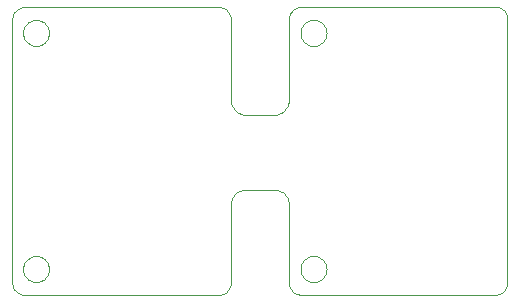
<source format=gbp>
G75*
%MOIN*%
%OFA0B0*%
%FSLAX24Y24*%
%IPPOS*%
%LPD*%
%AMOC8*
5,1,8,0,0,1.08239X$1,22.5*
%
%ADD10C,0.0000*%
D10*
X003587Y005150D02*
X010080Y005150D01*
X010119Y005153D01*
X010158Y005159D01*
X010196Y005169D01*
X010233Y005183D01*
X010268Y005200D01*
X010301Y005221D01*
X010332Y005245D01*
X010361Y005271D01*
X010387Y005301D01*
X010410Y005333D01*
X010430Y005367D01*
X010446Y005402D01*
X010458Y005440D01*
X010467Y005478D01*
X010473Y005517D01*
X010474Y005556D01*
X010474Y008150D01*
X010476Y008194D01*
X010482Y008237D01*
X010491Y008279D01*
X010504Y008321D01*
X010521Y008361D01*
X010541Y008400D01*
X010564Y008437D01*
X010591Y008471D01*
X010620Y008504D01*
X010653Y008533D01*
X010687Y008560D01*
X010724Y008583D01*
X010763Y008603D01*
X010803Y008620D01*
X010845Y008633D01*
X010887Y008642D01*
X010930Y008648D01*
X010974Y008650D01*
X011912Y008650D01*
X011956Y008648D01*
X011999Y008642D01*
X012041Y008633D01*
X012083Y008620D01*
X012123Y008603D01*
X012162Y008583D01*
X012199Y008560D01*
X012233Y008533D01*
X012266Y008504D01*
X012295Y008471D01*
X012322Y008437D01*
X012345Y008400D01*
X012365Y008361D01*
X012382Y008321D01*
X012395Y008279D01*
X012404Y008237D01*
X012410Y008194D01*
X012412Y008150D01*
X012412Y005556D01*
X012414Y005517D01*
X012419Y005479D01*
X012428Y005441D01*
X012441Y005404D01*
X012458Y005369D01*
X012478Y005335D01*
X012501Y005304D01*
X012527Y005275D01*
X012555Y005249D01*
X012586Y005225D01*
X012620Y005205D01*
X012655Y005188D01*
X012692Y005175D01*
X012729Y005165D01*
X012768Y005159D01*
X012807Y005157D01*
X012806Y005157D02*
X019299Y005157D01*
X019338Y005159D01*
X019376Y005165D01*
X019413Y005174D01*
X019450Y005187D01*
X019485Y005204D01*
X019518Y005223D01*
X019549Y005246D01*
X019578Y005272D01*
X019604Y005301D01*
X019627Y005332D01*
X019646Y005365D01*
X019663Y005400D01*
X019676Y005437D01*
X019685Y005474D01*
X019691Y005512D01*
X019693Y005551D01*
X019693Y014350D01*
X019691Y014389D01*
X019685Y014427D01*
X019676Y014464D01*
X019663Y014501D01*
X019646Y014536D01*
X019627Y014569D01*
X019604Y014600D01*
X019578Y014629D01*
X019549Y014655D01*
X019518Y014678D01*
X019485Y014697D01*
X019450Y014714D01*
X019413Y014727D01*
X019376Y014736D01*
X019338Y014742D01*
X019299Y014744D01*
X012806Y014744D01*
X012806Y014743D02*
X012767Y014740D01*
X012728Y014734D01*
X012690Y014724D01*
X012653Y014710D01*
X012618Y014693D01*
X012585Y014672D01*
X012554Y014648D01*
X012525Y014622D01*
X012499Y014592D01*
X012476Y014560D01*
X012456Y014526D01*
X012440Y014491D01*
X012428Y014453D01*
X012419Y014415D01*
X012413Y014376D01*
X012412Y014337D01*
X012412Y014338D02*
X012412Y011650D01*
X012410Y011606D01*
X012404Y011563D01*
X012395Y011521D01*
X012382Y011479D01*
X012365Y011439D01*
X012345Y011400D01*
X012322Y011363D01*
X012295Y011329D01*
X012266Y011296D01*
X012233Y011267D01*
X012199Y011240D01*
X012162Y011217D01*
X012123Y011197D01*
X012083Y011180D01*
X012041Y011167D01*
X011999Y011158D01*
X011956Y011152D01*
X011912Y011150D01*
X010974Y011150D01*
X010930Y011152D01*
X010887Y011158D01*
X010845Y011167D01*
X010803Y011180D01*
X010763Y011197D01*
X010724Y011217D01*
X010687Y011240D01*
X010653Y011267D01*
X010620Y011296D01*
X010591Y011329D01*
X010564Y011363D01*
X010541Y011400D01*
X010521Y011439D01*
X010504Y011479D01*
X010491Y011521D01*
X010482Y011563D01*
X010476Y011606D01*
X010474Y011650D01*
X010474Y014338D01*
X010475Y014338D02*
X010473Y014377D01*
X010468Y014415D01*
X010459Y014453D01*
X010446Y014490D01*
X010429Y014525D01*
X010409Y014559D01*
X010386Y014590D01*
X010360Y014619D01*
X010332Y014645D01*
X010301Y014669D01*
X010267Y014689D01*
X010232Y014706D01*
X010195Y014719D01*
X010158Y014729D01*
X010119Y014735D01*
X010080Y014737D01*
X003587Y014737D01*
X003548Y014735D01*
X003510Y014729D01*
X003473Y014720D01*
X003436Y014707D01*
X003401Y014690D01*
X003368Y014671D01*
X003337Y014648D01*
X003308Y014622D01*
X003282Y014593D01*
X003259Y014562D01*
X003240Y014529D01*
X003223Y014494D01*
X003210Y014457D01*
X003201Y014420D01*
X003195Y014382D01*
X003193Y014343D01*
X003193Y005544D01*
X003195Y005505D01*
X003201Y005467D01*
X003210Y005430D01*
X003223Y005393D01*
X003240Y005358D01*
X003259Y005325D01*
X003282Y005294D01*
X003308Y005265D01*
X003337Y005239D01*
X003368Y005216D01*
X003401Y005197D01*
X003436Y005180D01*
X003473Y005167D01*
X003510Y005158D01*
X003548Y005152D01*
X003587Y005150D01*
X003548Y006006D02*
X003550Y006047D01*
X003556Y006088D01*
X003566Y006128D01*
X003579Y006167D01*
X003596Y006204D01*
X003617Y006240D01*
X003641Y006274D01*
X003668Y006305D01*
X003697Y006333D01*
X003730Y006359D01*
X003764Y006381D01*
X003801Y006400D01*
X003839Y006415D01*
X003879Y006427D01*
X003919Y006435D01*
X003960Y006439D01*
X004002Y006439D01*
X004043Y006435D01*
X004083Y006427D01*
X004123Y006415D01*
X004161Y006400D01*
X004197Y006381D01*
X004232Y006359D01*
X004265Y006333D01*
X004294Y006305D01*
X004321Y006274D01*
X004345Y006240D01*
X004366Y006204D01*
X004383Y006167D01*
X004396Y006128D01*
X004406Y006088D01*
X004412Y006047D01*
X004414Y006006D01*
X004412Y005965D01*
X004406Y005924D01*
X004396Y005884D01*
X004383Y005845D01*
X004366Y005808D01*
X004345Y005772D01*
X004321Y005738D01*
X004294Y005707D01*
X004265Y005679D01*
X004232Y005653D01*
X004198Y005631D01*
X004161Y005612D01*
X004123Y005597D01*
X004083Y005585D01*
X004043Y005577D01*
X004002Y005573D01*
X003960Y005573D01*
X003919Y005577D01*
X003879Y005585D01*
X003839Y005597D01*
X003801Y005612D01*
X003765Y005631D01*
X003730Y005653D01*
X003697Y005679D01*
X003668Y005707D01*
X003641Y005738D01*
X003617Y005772D01*
X003596Y005808D01*
X003579Y005845D01*
X003566Y005884D01*
X003556Y005924D01*
X003550Y005965D01*
X003548Y006006D01*
X003548Y013880D02*
X003550Y013921D01*
X003556Y013962D01*
X003566Y014002D01*
X003579Y014041D01*
X003596Y014078D01*
X003617Y014114D01*
X003641Y014148D01*
X003668Y014179D01*
X003697Y014207D01*
X003730Y014233D01*
X003764Y014255D01*
X003801Y014274D01*
X003839Y014289D01*
X003879Y014301D01*
X003919Y014309D01*
X003960Y014313D01*
X004002Y014313D01*
X004043Y014309D01*
X004083Y014301D01*
X004123Y014289D01*
X004161Y014274D01*
X004197Y014255D01*
X004232Y014233D01*
X004265Y014207D01*
X004294Y014179D01*
X004321Y014148D01*
X004345Y014114D01*
X004366Y014078D01*
X004383Y014041D01*
X004396Y014002D01*
X004406Y013962D01*
X004412Y013921D01*
X004414Y013880D01*
X004412Y013839D01*
X004406Y013798D01*
X004396Y013758D01*
X004383Y013719D01*
X004366Y013682D01*
X004345Y013646D01*
X004321Y013612D01*
X004294Y013581D01*
X004265Y013553D01*
X004232Y013527D01*
X004198Y013505D01*
X004161Y013486D01*
X004123Y013471D01*
X004083Y013459D01*
X004043Y013451D01*
X004002Y013447D01*
X003960Y013447D01*
X003919Y013451D01*
X003879Y013459D01*
X003839Y013471D01*
X003801Y013486D01*
X003765Y013505D01*
X003730Y013527D01*
X003697Y013553D01*
X003668Y013581D01*
X003641Y013612D01*
X003617Y013646D01*
X003596Y013682D01*
X003579Y013719D01*
X003566Y013758D01*
X003556Y013798D01*
X003550Y013839D01*
X003548Y013880D01*
X012798Y013880D02*
X012800Y013921D01*
X012806Y013962D01*
X012816Y014002D01*
X012829Y014041D01*
X012846Y014078D01*
X012867Y014114D01*
X012891Y014148D01*
X012918Y014179D01*
X012947Y014207D01*
X012980Y014233D01*
X013014Y014255D01*
X013051Y014274D01*
X013089Y014289D01*
X013129Y014301D01*
X013169Y014309D01*
X013210Y014313D01*
X013252Y014313D01*
X013293Y014309D01*
X013333Y014301D01*
X013373Y014289D01*
X013411Y014274D01*
X013447Y014255D01*
X013482Y014233D01*
X013515Y014207D01*
X013544Y014179D01*
X013571Y014148D01*
X013595Y014114D01*
X013616Y014078D01*
X013633Y014041D01*
X013646Y014002D01*
X013656Y013962D01*
X013662Y013921D01*
X013664Y013880D01*
X013662Y013839D01*
X013656Y013798D01*
X013646Y013758D01*
X013633Y013719D01*
X013616Y013682D01*
X013595Y013646D01*
X013571Y013612D01*
X013544Y013581D01*
X013515Y013553D01*
X013482Y013527D01*
X013448Y013505D01*
X013411Y013486D01*
X013373Y013471D01*
X013333Y013459D01*
X013293Y013451D01*
X013252Y013447D01*
X013210Y013447D01*
X013169Y013451D01*
X013129Y013459D01*
X013089Y013471D01*
X013051Y013486D01*
X013015Y013505D01*
X012980Y013527D01*
X012947Y013553D01*
X012918Y013581D01*
X012891Y013612D01*
X012867Y013646D01*
X012846Y013682D01*
X012829Y013719D01*
X012816Y013758D01*
X012806Y013798D01*
X012800Y013839D01*
X012798Y013880D01*
X012798Y006006D02*
X012800Y006047D01*
X012806Y006088D01*
X012816Y006128D01*
X012829Y006167D01*
X012846Y006204D01*
X012867Y006240D01*
X012891Y006274D01*
X012918Y006305D01*
X012947Y006333D01*
X012980Y006359D01*
X013014Y006381D01*
X013051Y006400D01*
X013089Y006415D01*
X013129Y006427D01*
X013169Y006435D01*
X013210Y006439D01*
X013252Y006439D01*
X013293Y006435D01*
X013333Y006427D01*
X013373Y006415D01*
X013411Y006400D01*
X013447Y006381D01*
X013482Y006359D01*
X013515Y006333D01*
X013544Y006305D01*
X013571Y006274D01*
X013595Y006240D01*
X013616Y006204D01*
X013633Y006167D01*
X013646Y006128D01*
X013656Y006088D01*
X013662Y006047D01*
X013664Y006006D01*
X013662Y005965D01*
X013656Y005924D01*
X013646Y005884D01*
X013633Y005845D01*
X013616Y005808D01*
X013595Y005772D01*
X013571Y005738D01*
X013544Y005707D01*
X013515Y005679D01*
X013482Y005653D01*
X013448Y005631D01*
X013411Y005612D01*
X013373Y005597D01*
X013333Y005585D01*
X013293Y005577D01*
X013252Y005573D01*
X013210Y005573D01*
X013169Y005577D01*
X013129Y005585D01*
X013089Y005597D01*
X013051Y005612D01*
X013015Y005631D01*
X012980Y005653D01*
X012947Y005679D01*
X012918Y005707D01*
X012891Y005738D01*
X012867Y005772D01*
X012846Y005808D01*
X012829Y005845D01*
X012816Y005884D01*
X012806Y005924D01*
X012800Y005965D01*
X012798Y006006D01*
M02*

</source>
